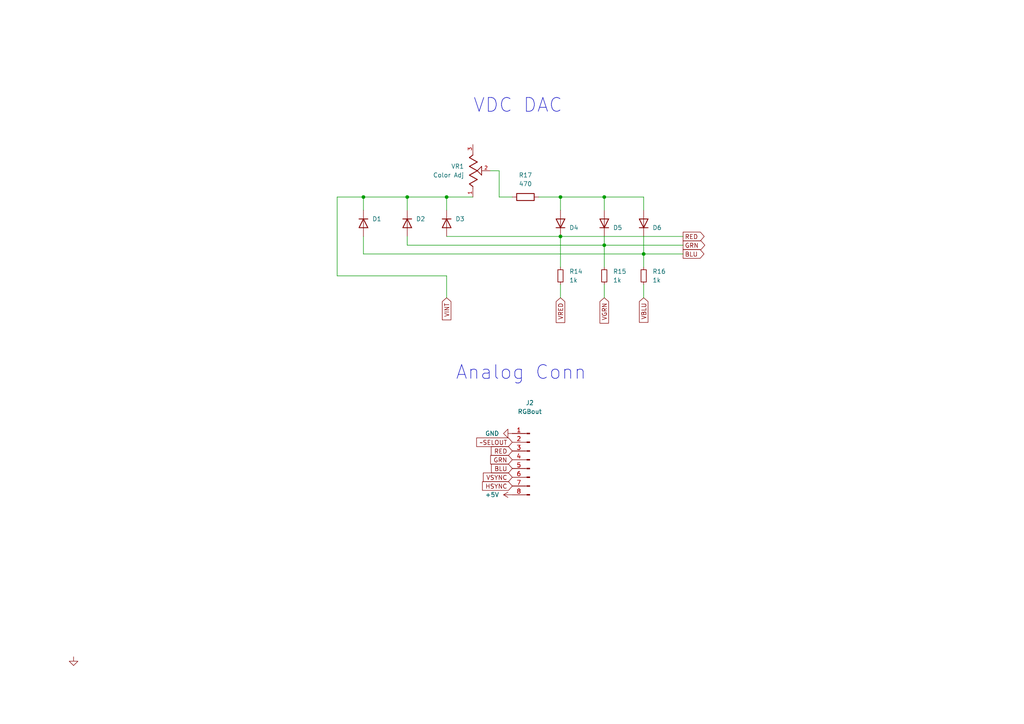
<source format=kicad_sch>
(kicad_sch (version 20230121) (generator eeschema)
  (paper "A4")
  (lib_symbols
    (symbol "3314J-1-501E:3314J-1-501E" (pin_names (offset 1.016))
      (property "Reference" "VR" (at -5.08 10.16 0))
      (property "Value" "3314J-1-501E" (at -5.08 -5.08 0))
      (symbol "3314J-1-501E_0_0"
        (polyline (pts (xy -4.572 0) (xy -5.08 0)) (stroke (width 0.1524)))
        (polyline (pts (xy -3.81 -1.016) (xy -4.572 0)) (stroke (width 0.254)))
        (polyline (pts (xy -2.54 1.27) (xy -3.81 -1.016)) (stroke (width 0.254)))
        (polyline (pts (xy -1.27 -1.016) (xy -2.54 1.27)) (stroke (width 0.254)))
        (polyline (pts (xy -1.27 2.54) (xy 1.27 2.54)) (stroke (width 0.2032)))
        (polyline (pts (xy 0 1.27) (xy -1.27 -1.016)) (stroke (width 0.254)))
        (polyline (pts (xy 0 1.27) (xy -1.27 2.54)) (stroke (width 0.2032)))
        (polyline (pts (xy 1.27 -1.016) (xy 0 1.27)) (stroke (width 0.254)))
        (polyline (pts (xy 1.27 2.54) (xy 0 1.27)) (stroke (width 0.2032)))
        (polyline (pts (xy 2.54 1.27) (xy 1.27 -1.016)) (stroke (width 0.254)))
        (polyline (pts (xy 3.81 -1.016) (xy 2.54 1.27)) (stroke (width 0.254)))
        (polyline (pts (xy 4.572 0) (xy 3.81 -1.016)) (stroke (width 0.254)))
        (polyline (pts (xy 5.08 0) (xy 4.572 0)) (stroke (width 0.1524)))
        (pin passive line (at -7.62 0 0) (length 2.54) (name "~") (number "1"))
        (pin passive line (at 0 5.08 270) (length 2.54) (name "~") (number "2"))
        (pin passive line (at 7.62 0 180) (length 2.54) (name "~") (number "3"))
      )
    )
    (symbol "Connector:Conn_01x08_Pin" (pin_names (offset 1.016) hide)
      (property "Reference" "J" (at 0 10.16 0))
      (property "Value" "Conn_01x08_Pin" (at 0 -12.7 0))
      (symbol "Conn_01x08_Pin_1_1"
        (polyline (pts (xy 1.27 -10.16) (xy 0.8636 -10.16)) (stroke (width 0.1524)))
        (polyline (pts (xy 1.27 -7.62) (xy 0.8636 -7.62)) (stroke (width 0.1524)))
        (polyline (pts (xy 1.27 -5.08) (xy 0.8636 -5.08)) (stroke (width 0.1524)))
        (polyline (pts (xy 1.27 -2.54) (xy 0.8636 -2.54)) (stroke (width 0.1524)))
        (polyline (pts (xy 1.27 0) (xy 0.8636 0)) (stroke (width 0.1524)))
        (polyline (pts (xy 1.27 2.54) (xy 0.8636 2.54)) (stroke (width 0.1524)))
        (polyline (pts (xy 1.27 5.08) (xy 0.8636 5.08)) (stroke (width 0.1524)))
        (polyline (pts (xy 1.27 7.62) (xy 0.8636 7.62)) (stroke (width 0.1524)))
        (rectangle (start 0.8636 -10.033) (end 0 -10.287) (stroke (width 0.1524)) (fill (type outline)))
        (rectangle (start 0.8636 -7.493) (end 0 -7.747) (stroke (width 0.1524)) (fill (type outline)))
        (rectangle (start 0.8636 -4.953) (end 0 -5.207) (stroke (width 0.1524)) (fill (type outline)))
        (rectangle (start 0.8636 -2.413) (end 0 -2.667) (stroke (width 0.1524)) (fill (type outline)))
        (rectangle (start 0.8636 0.127) (end 0 -0.127) (stroke (width 0.1524)) (fill (type outline)))
        (rectangle (start 0.8636 2.667) (end 0 2.413) (stroke (width 0.1524)) (fill (type outline)))
        (rectangle (start 0.8636 5.207) (end 0 4.953) (stroke (width 0.1524)) (fill (type outline)))
        (rectangle (start 0.8636 7.747) (end 0 7.493) (stroke (width 0.1524)) (fill (type outline)))
        (pin passive line (at 5.08 7.62 180) (length 3.81) (name "Pin_1") (number "1"))
        (pin passive line (at 5.08 5.08 180) (length 3.81) (name "Pin_2") (number "2"))
        (pin passive line (at 5.08 2.54 180) (length 3.81) (name "Pin_3") (number "3"))
        (pin passive line (at 5.08 0 180) (length 3.81) (name "Pin_4") (number "4"))
        (pin passive line (at 5.08 -2.54 180) (length 3.81) (name "Pin_5") (number "5"))
        (pin passive line (at 5.08 -5.08 180) (length 3.81) (name "Pin_6") (number "6"))
        (pin passive line (at 5.08 -7.62 180) (length 3.81) (name "Pin_7") (number "7"))
        (pin passive line (at 5.08 -10.16 180) (length 3.81) (name "Pin_8") (number "8"))
      )
    )
    (symbol "Device:R" (pin_numbers hide) (pin_names (offset 0))
      (property "Reference" "R" (at 2.032 0 90))
      (property "Value" "R" (at 0 0 90))
      (symbol "R_0_1"
        (rectangle (start -1.016 -2.54) (end 1.016 2.54) (stroke (width 0.254)))
      )
      (symbol "R_1_1"
        (pin passive line (at 0 3.81 270) (length 1.27) (name "~") (number "1"))
        (pin passive line (at 0 -3.81 90) (length 1.27) (name "~") (number "2"))
      )
    )
    (symbol "Device:R_Small" (pin_numbers hide) (pin_names (offset 0.254) hide)
      (property "Reference" "R" (at 0.762 0.508 0))
      (property "Value" "R_Small" (at 0.762 -1.016 0))
      (symbol "R_Small_0_1"
        (rectangle (start -0.762 1.778) (end 0.762 -1.778) (stroke (width 0.2032)))
      )
      (symbol "R_Small_1_1"
        (pin passive line (at 0 2.54 270) (length 0.762) (name "~") (number "1"))
        (pin passive line (at 0 -2.54 90) (length 0.762) (name "~") (number "2"))
      )
    )
    (symbol "Diode:1N4148W" (pin_numbers hide) (pin_names hide)
      (property "Reference" "D" (at 0 2.54 0))
      (property "Value" "1N4148W" (at 0 -2.54 0))
      (symbol "1N4148W_0_1"
        (polyline (pts (xy -1.27 1.27) (xy -1.27 -1.27)) (stroke (width 0.254)))
        (polyline (pts (xy 1.27 0) (xy -1.27 0)))
        (polyline (pts (xy 1.27 1.27) (xy 1.27 -1.27) (xy -1.27 0) (xy 1.27 1.27)) (stroke (width 0.254)))
      )
      (symbol "1N4148W_1_1"
        (pin passive line (at -3.81 0 0) (length 2.54) (name "K") (number "1"))
        (pin passive line (at 3.81 0 180) (length 2.54) (name "A") (number "2"))
      )
    )
    (symbol "power:+5V" (power) (pin_names (offset 0))
      (property "Value" "+5V" (at 0 3.556 0))
      (symbol "+5V_0_1"
        (polyline (pts (xy -0.762 1.27) (xy 0 2.54)))
        (polyline (pts (xy 0 0) (xy 0 2.54)))
        (polyline (pts (xy 0 2.54) (xy 0.762 1.27)))
      )
      (symbol "+5V_1_1"
        (pin power_in line (at 0 0 90) (length 0) hide (name "+5V") (number "1"))
      )
    )
    (symbol "power:GND" (power) (pin_names (offset 0))
      (property "Value" "GND" (at 0 -3.81 0))
      (symbol "GND_0_1"
        (polyline (pts (xy 0 0) (xy 0 -1.27) (xy 1.27 -1.27) (xy 0 -2.54) (xy -1.27 -1.27) (xy 0 -1.27)))
      )
      (symbol "GND_1_1"
        (pin power_in line (at 0 0 270) (length 0) hide (name "GND") (number "1"))
      )
    )
  )
  (junction (at 186.69 73.66))
  (junction (at 129.54 57.15))
  (junction (at 162.56 57.15))
  (junction (at 105.41 57.15))
  (junction (at 162.56 68.58))
  (junction (at 175.26 71.12))
  (junction (at 175.26 57.15))
  (junction (at 118.11 57.15))
  (wire (pts (xy 175.26 71.12) (xy 198.12 71.12)))
  (wire (pts (xy 186.69 73.66) (xy 186.69 77.47)))
  (wire (pts (xy 105.41 57.15) (xy 97.79 57.15)))
  (wire (pts (xy 175.26 57.15) (xy 186.69 57.15)))
  (wire (pts (xy 129.54 60.96) (xy 129.54 57.15)))
  (wire (pts (xy 162.56 57.15) (xy 175.26 57.15)))
  (wire (pts (xy 129.54 57.15) (xy 118.11 57.15)))
  (wire (pts (xy 129.54 57.15) (xy 137.16 57.15)))
  (wire (pts (xy 186.69 82.55) (xy 186.69 86.36)))
  (wire (pts (xy 186.69 57.15) (xy 186.69 60.96)))
  (wire (pts (xy 118.11 71.12) (xy 175.26 71.12)))
  (wire (pts (xy 97.79 80.01) (xy 129.54 80.01)))
  (wire (pts (xy 162.56 82.55) (xy 162.56 86.36)))
  (wire (pts (xy 129.54 68.58) (xy 162.56 68.58)))
  (wire (pts (xy 175.26 82.55) (xy 175.26 86.36)))
  (wire (pts (xy 186.69 68.58) (xy 186.69 73.66)))
  (wire (pts (xy 118.11 57.15) (xy 118.11 60.96)))
  (wire (pts (xy 162.56 57.15) (xy 162.56 60.96)))
  (wire (pts (xy 129.54 80.01) (xy 129.54 86.36)))
  (wire (pts (xy 144.78 49.53) (xy 144.78 57.15)))
  (wire (pts (xy 175.26 68.58) (xy 175.26 71.12)))
  (wire (pts (xy 105.41 73.66) (xy 186.69 73.66)))
  (wire (pts (xy 186.69 73.66) (xy 198.12 73.66)))
  (wire (pts (xy 144.78 57.15) (xy 148.59 57.15)))
  (wire (pts (xy 156.21 57.15) (xy 162.56 57.15)))
  (wire (pts (xy 105.41 68.58) (xy 105.41 73.66)))
  (wire (pts (xy 142.24 49.53) (xy 144.78 49.53)))
  (wire (pts (xy 162.56 68.58) (xy 198.12 68.58)))
  (wire (pts (xy 118.11 57.15) (xy 105.41 57.15)))
  (wire (pts (xy 105.41 57.15) (xy 105.41 60.96)))
  (wire (pts (xy 118.11 68.58) (xy 118.11 71.12)))
  (wire (pts (xy 162.56 68.58) (xy 162.56 77.47)))
  (wire (pts (xy 175.26 57.15) (xy 175.26 60.96)))
  (wire (pts (xy 97.79 57.15) (xy 97.79 80.01)))
  (wire (pts (xy 175.26 71.12) (xy 175.26 77.47)))
  (text "VDC DAC" (at 137.16 33.02 0) (effects (font (size 4 4)) (justify left bottom)))
  (text "Analog Conn" (at 132.08 110.49 0) (effects (font (size 4 4)) (justify left bottom)))
  (global_label "BLU" (shape output) (at 198.12 73.66 0) (property "Intersheetrefs" "${INTERSHEET_REFS}" (effects hide)))
  (global_label "BLU" (shape input) (at 148.59 135.89 180) (property "Intersheetrefs" "${INTERSHEET_REFS}" (effects hide)))
  (global_label "VRED" (shape input) (at 162.56 86.36 270) (property "Intersheetrefs" "${INTERSHEET_REFS}" (effects hide)))
  (global_label "VINT" (shape input) (at 129.54 86.36 270) (property "Intersheetrefs" "${INTERSHEET_REFS}" (effects hide)))
  (global_label "VGRN" (shape input) (at 175.26 86.36 270) (property "Intersheetrefs" "${INTERSHEET_REFS}" (effects hide)))
  (global_label "RED" (shape input) (at 148.59 130.81 180) (property "Intersheetrefs" "${INTERSHEET_REFS}" (effects hide)))
  (global_label "GRN" (shape input) (at 148.59 133.35 180) (property "Intersheetrefs" "${INTERSHEET_REFS}" (effects hide)))
  (global_label "RED" (shape output) (at 198.12 68.58 0) (property "Intersheetrefs" "${INTERSHEET_REFS}" (effects hide)))
  (global_label "~SELOUT" (shape input) (at 148.59 128.27 180) (property "Intersheetrefs" "${INTERSHEET_REFS}" (effects hide)))
  (global_label "VSYNC" (shape input) (at 148.59 138.43 180) (property "Intersheetrefs" "${INTERSHEET_REFS}" (effects hide)))
  (global_label "VBLU" (shape input) (at 186.69 86.36 270) (property "Intersheetrefs" "${INTERSHEET_REFS}" (effects hide)))
  (global_label "GRN" (shape output) (at 198.12 71.12 0) (property "Intersheetrefs" "${INTERSHEET_REFS}" (effects hide)))
  (global_label "HSYNC" (shape input) (at 148.59 140.97 180) (property "Intersheetrefs" "${INTERSHEET_REFS}" (effects hide)))
  (symbol (lib_id "Device:R") (at 152.4 57.15 90) (unit 1)
    (property "Reference" "R17" (at 152.4 50.8 90))
    (property "Value" "470" (at 152.4 53.34 90))
    (property "Footprint" "Resistor_SMD:R_1206_3216Metric" (effects hide))
  )
  (symbol (lib_id "Connector:Conn_01x08_Pin") (at 153.67 133.35 0) (mirror y) (unit 1)
    (property "Reference" "J2" (at 153.67 116.84 0))
    (property "Value" "RGBout" (at 153.67 119.38 0))
    (property "Footprint" "Connector_PinHeader_2.54mm:PinHeader_2x04_P2.54mm_Vertical" (effects hide))
  )
  (symbol (lib_id "Diode:1N4148W") (at 175.26 64.77 270) (mirror x) (unit 1)
    (property "Reference" "D5" (at 177.8 66.04 90) (effects (justify left)))
    (property "Value" "1N4148W" (effects hide))
    (property "Footprint" "Diode_SMD:D_SOD-123" (effects hide))
    (property "Datasheet" "https://www.vishay.com/docs/85748/1n4148w.pdf" (effects hide))
    (property "Sim.Device" "D" (effects hide))
    (property "Sim.Pins" "1=K 2=A" (effects hide))
  )
  (symbol (lib_id "power:GND") (at 148.59 125.73 270) (unit 1)
    (property "Reference" "#PWR049" (effects hide))
    (property "Value" "GND" (at 144.78 125.73 90) (effects (justify right)))
  )
  (symbol (lib_id "Device:R_Small") (at 186.69 80.01 0) (unit 1)
    (property "Reference" "R16" (at 189.23 78.74 0) (effects (justify left)))
    (property "Value" "1k" (at 189.23 81.28 0) (effects (justify left)))
    (property "Footprint" "Resistor_SMD:R_1206_3216Metric" (effects hide))
  )
  (symbol (lib_id "Diode:1N4148W") (at 129.54 64.77 270) (unit 1)
    (property "Reference" "D3" (at 132.08 63.5 90) (effects (justify left)))
    (property "Value" "1N4148W" (effects hide))
    (property "Footprint" "Diode_SMD:D_SOD-123" (effects hide))
    (property "Datasheet" "https://www.vishay.com/docs/85748/1n4148w.pdf" (effects hide))
    (property "Sim.Device" "D" (effects hide))
    (property "Sim.Pins" "1=K 2=A" (effects hide))
  )
  (symbol (lib_id "power:GND") (at 21.336 190.5 0) (unit 1)
    (property "Reference" "#PWR047" (effects hide))
    (property "Value" "GND" (effects hide))
  )
  (symbol (lib_id "Diode:1N4148W") (at 162.56 64.77 270) (mirror x) (unit 1)
    (property "Reference" "D4" (at 165.1 66.04 90) (effects (justify left)))
    (property "Value" "1N4148W" (effects hide))
    (property "Footprint" "Diode_SMD:D_SOD-123" (effects hide))
    (property "Datasheet" "https://www.vishay.com/docs/85748/1n4148w.pdf" (effects hide))
    (property "Sim.Device" "D" (effects hide))
    (property "Sim.Pins" "1=K 2=A" (effects hide))
  )
  (symbol (lib_id "Diode:1N4148W") (at 118.11 64.77 270) (unit 1)
    (property "Reference" "D2" (at 120.65 63.5 90) (effects (justify left)))
    (property "Value" "1N4148W" (effects hide))
    (property "Footprint" "Diode_SMD:D_SOD-123" (effects hide))
    (property "Datasheet" "https://www.vishay.com/docs/85748/1n4148w.pdf" (effects hide))
    (property "Sim.Device" "D" (effects hide))
    (property "Sim.Pins" "1=K 2=A" (effects hide))
  )
  (symbol (lib_id "Device:R_Small") (at 175.26 80.01 0) (unit 1)
    (property "Reference" "R15" (at 177.8 78.74 0) (effects (justify left)))
    (property "Value" "1k" (at 177.8 81.28 0) (effects (justify left)))
    (property "Footprint" "Resistor_SMD:R_1206_3216Metric" (effects hide))
  )
  (symbol (lib_id "3314J-1-501E:3314J-1-501E") (at 137.16 49.53 270) (mirror x) (unit 1)
    (property "Reference" "VR1" (at 134.62 48.26 90) (effects (justify right)))
    (property "Value" "Color Adj" (at 134.62 50.8 90) (effects (justify right)))
    (property "Footprint" "r2v2_proj_models:TRIM_3314J-1-501E" (effects hide))
    (property "STANDARD" "Manufacturer Recommendation" (effects hide))
    (property "MANUFACTURER" "Bourns" (effects hide))
  )
  (symbol (lib_id "Diode:1N4148W") (at 105.41 64.77 270) (unit 1)
    (property "Reference" "D1" (at 107.95 63.5 90) (effects (justify left)))
    (property "Value" "1N4148W" (effects hide))
    (property "Footprint" "Diode_SMD:D_SOD-123" (effects hide))
    (property "Datasheet" "https://www.vishay.com/docs/85748/1n4148w.pdf" (effects hide))
    (property "Sim.Device" "D" (effects hide))
    (property "Sim.Pins" "1=K 2=A" (effects hide))
  )
  (symbol (lib_id "Device:R_Small") (at 162.56 80.01 0) (unit 1)
    (property "Reference" "R14" (at 165.1 78.74 0) (effects (justify left)))
    (property "Value" "1k" (at 165.1 81.28 0) (effects (justify left)))
    (property "Footprint" "Resistor_SMD:R_1206_3216Metric" (effects hide))
  )
  (symbol (lib_id "power:+5V") (at 148.59 143.51 90) (unit 1)
    (property "Reference" "#PWR027" (effects hide))
    (property "Value" "+5V" (at 144.78 143.51 90) (effects (justify left)))
  )
  (symbol (lib_id "Diode:1N4148W") (at 186.69 64.77 270) (mirror x) (unit 1)
    (property "Reference" "D6" (at 189.23 66.04 90) (effects (justify left)))
    (property "Value" "1N4148W" (effects hide))
    (property "Footprint" "Diode_SMD:D_SOD-123" (effects hide))
    (property "Datasheet" "https://www.vishay.com/docs/85748/1n4148w.pdf" (effects hide))
    (property "Sim.Device" "D" (effects hide))
    (property "Sim.Pins" "1=K 2=A" (effects hide))
  )
)
</source>
